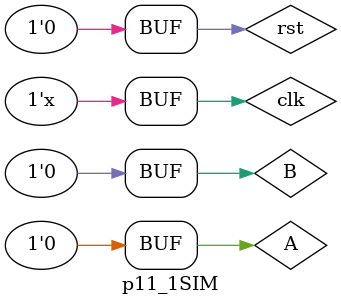
<source format=v>
`timescale 1ns / 1ps


module p11_1SIM;
    reg A,B,rst;
    reg clk;
    wire Cout, F;
  
    p11_1 cut(.A(A),.B(B),.clk(clk),.rst(rst),.F(F),.Cout(Cout));
    
    always begin
      #10 clk = ~clk;
    end;
    
    integer k;
    
initial
begin
    A=0;
    B=0; 
    clk = 0;    
    
        #5 rst = 1;
        #10 rst = 0;
    // S0 to S0
        #10 A=0;
            B=0;
    // S0 to S1
        #10 A=1;
            B=0;
    // S1 to S1
        #25 A=0;
            B=1;
    // S1 to S0
        #10 A=0;
            B=0;
    // S0 to S2
        #10 A=1;
            B=1;
    // S2 to S2;
        #10 A=1;
            B=0;
    // S2 to S1;
        #10 A=0;
            B=0;
    // S1 to S2
        #10 A=1;
            B=1;   
    // S2 to S3
        #10 A=1;
            B=1;
    // S3 to S3
        #10;
    // S3 to S2;
        #10 A=0;
            B=1;
    // S2 to S3
        #10 A=1;
            B=1;
    // S3 to S1
        #10 A=0;
            B=0;
    // Reset
        #10 rst=1;
            A=0;
            B=0;
        #10 rst=0;
    end
endmodule



    


    
    

</source>
